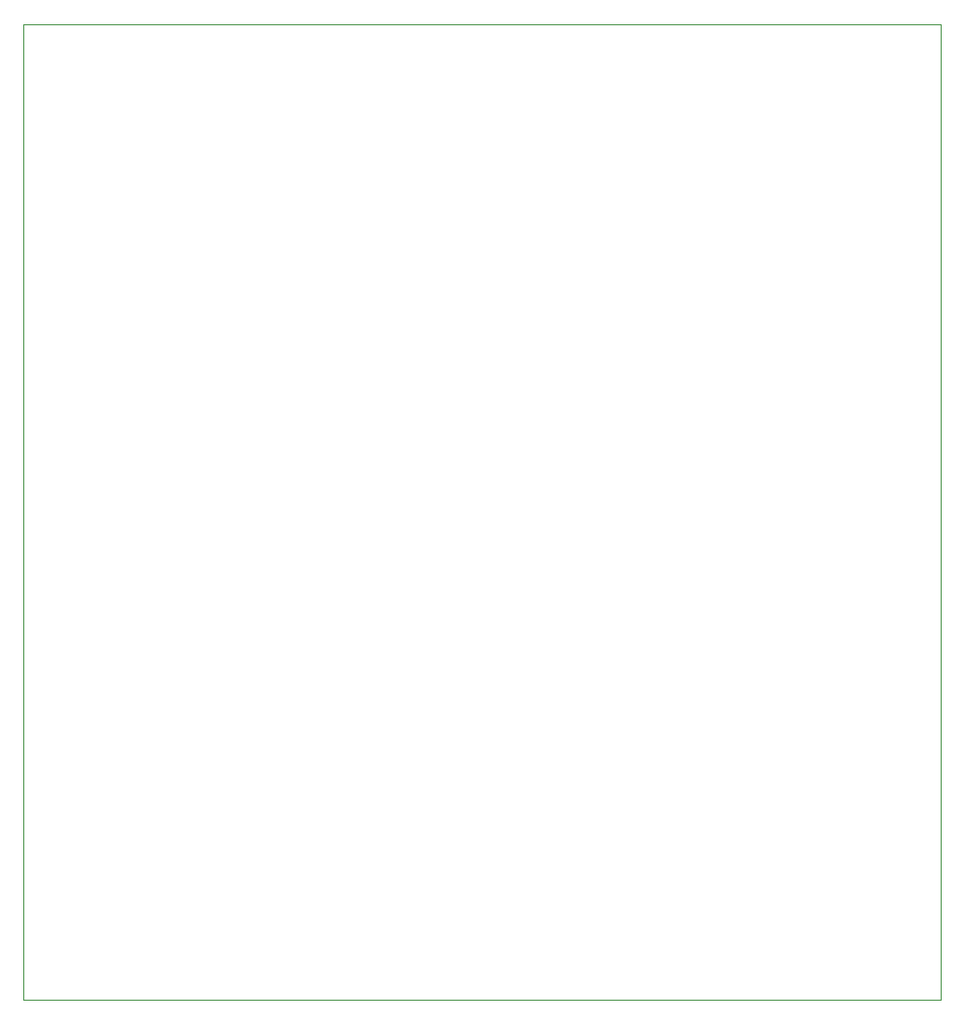
<source format=gbr>
G04*
G04 #@! TF.GenerationSoftware,Altium Limited,Altium Designer,22.4.2 (48)*
G04*
G04 Layer_Color=0*
%FSLAX25Y25*%
%MOIN*%
G70*
G04*
G04 #@! TF.SameCoordinates,D1C75A00-648E-4898-854E-167750E82D76*
G04*
G04*
G04 #@! TF.FilePolarity,Positive*
G04*
G01*
G75*
%ADD47C,0.00100*%
D47*
X0Y0D02*
X314961D01*
Y334646D01*
X0D01*
Y0D01*
M02*

</source>
